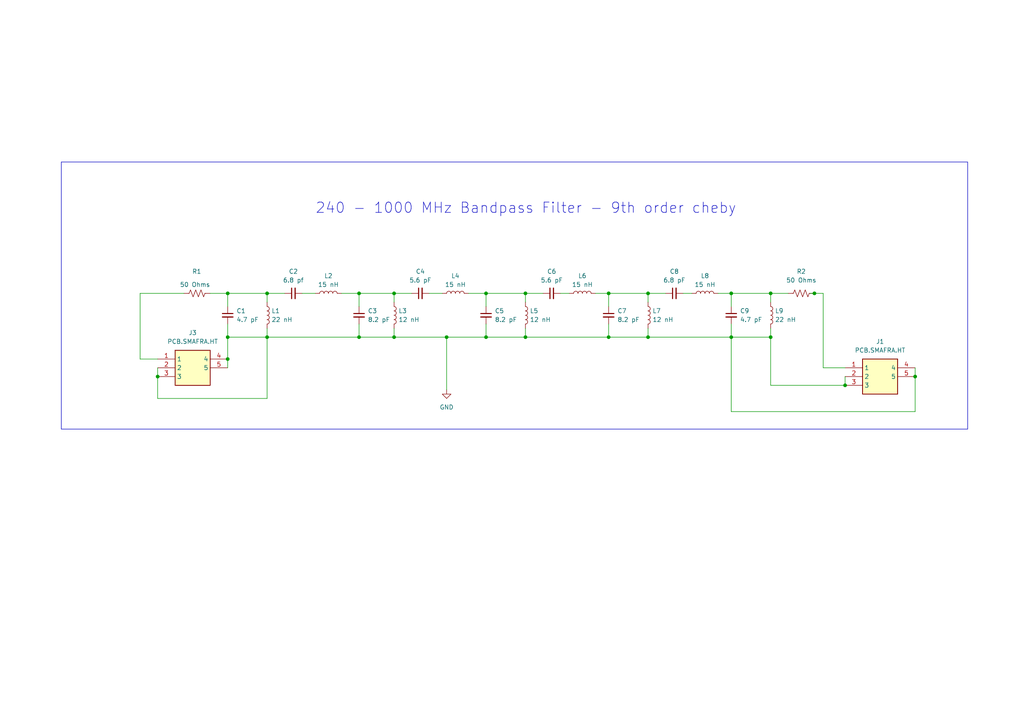
<source format=kicad_sch>
(kicad_sch (version 20230121) (generator eeschema)
  (paper "A4")
  (lib_symbols
    (symbol "Device:C_Small" (pin_numbers hide) (pin_names (offset 0.254) hide)
      (property "Reference" "C" (at 0.254 1.778 0))
      (property "Value" "C_Small" (at 0.254 -2.032 0))
      (symbol "C_Small_0_1"
        (polyline (pts (xy -1.524 -0.508) (xy 1.524 -0.508)) (stroke (width 0.3302)))
        (polyline (pts (xy -1.524 0.508) (xy 1.524 0.508)) (stroke (width 0.3048)))
      )
      (symbol "C_Small_1_1"
        (pin passive line (at 0 2.54 270) (length 2.032) (name "~") (number "1"))
        (pin passive line (at 0 -2.54 90) (length 2.032) (name "~") (number "2"))
      )
    )
    (symbol "Device:L" (pin_numbers hide) (pin_names (offset 1.016) hide)
      (property "Reference" "L" (at -1.27 0 90))
      (property "Value" "L" (at 1.905 0 90))
      (symbol "L_0_1"
        (arc (start 0 -2.54) (mid 0.6323 -1.905) (end 0 -1.27))
        (arc (start 0 -1.27) (mid 0.6323 -0.635) (end 0 0))
        (arc (start 0 0) (mid 0.6323 0.635) (end 0 1.27))
        (arc (start 0 1.27) (mid 0.6323 1.905) (end 0 2.54))
      )
      (symbol "L_1_1"
        (pin passive line (at 0 3.81 270) (length 1.27) (name "1") (number "1"))
        (pin passive line (at 0 -3.81 90) (length 1.27) (name "2") (number "2"))
      )
    )
    (symbol "Device:R_US" (pin_numbers hide) (pin_names (offset 0))
      (property "Reference" "R" (at 2.54 0 90))
      (property "Value" "R_US" (at -2.54 0 90))
      (symbol "R_US_0_1"
        (polyline (pts (xy 0 -2.286) (xy 0 -2.54)))
        (polyline (pts (xy 0 2.286) (xy 0 2.54)))
        (polyline (pts (xy 0 -0.762) (xy 1.016 -1.143) (xy 0 -1.524) (xy -1.016 -1.905) (xy 0 -2.286)))
        (polyline (pts (xy 0 0.762) (xy 1.016 0.381) (xy 0 0) (xy -1.016 -0.381) (xy 0 -0.762)))
        (polyline (pts (xy 0 2.286) (xy 1.016 1.905) (xy 0 1.524) (xy -1.016 1.143) (xy 0 0.762)))
      )
      (symbol "R_US_1_1"
        (pin passive line (at 0 3.81 270) (length 1.27) (name "~") (number "1"))
        (pin passive line (at 0 -3.81 90) (length 1.27) (name "~") (number "2"))
      )
    )
    (symbol "Mouser:PCB.SMAFRA.HT"
      (property "Reference" "J" (at 16.51 7.62 0))
      (property "Value" "PCB.SMAFRA.HT" (at 16.51 5.08 0))
      (symbol "PCB.SMAFRA.HT_1_1"
        (rectangle (start 5.08 2.54) (end 15.24 -7.62) (stroke (width 0.254)) (fill (type background)))
        (pin passive line (at 0 0 0) (length 5.08) (name "1") (number "1"))
        (pin passive line (at 0 -2.54 0) (length 5.08) (name "2") (number "2"))
        (pin passive line (at 0 -5.08 0) (length 5.08) (name "3") (number "3"))
        (pin passive line (at 20.32 0 180) (length 5.08) (name "4") (number "4"))
        (pin passive line (at 20.32 -2.54 180) (length 5.08) (name "5") (number "5"))
      )
    )
    (symbol "power:GND" (power) (pin_names (offset 0))
      (property "Value" "GND" (at 0 -3.81 0))
      (symbol "GND_0_1"
        (polyline (pts (xy 0 0) (xy 0 -1.27) (xy 1.27 -1.27) (xy 0 -2.54) (xy -1.27 -1.27) (xy 0 -1.27)))
      )
      (symbol "GND_1_1"
        (pin power_in line (at 0 0 270) (length 0) hide (name "GND") (number "1"))
      )
    )
  )
  (junction (at 212.09 97.79))
  (junction (at 66.04 97.79))
  (junction (at 187.96 97.79))
  (junction (at 77.47 85.09))
  (junction (at 114.3 97.79))
  (junction (at 140.97 85.09))
  (junction (at 212.09 85.09))
  (junction (at 104.14 85.09))
  (junction (at 129.54 97.79))
  (junction (at 245.11 111.76))
  (junction (at 140.97 97.79))
  (junction (at 66.04 104.14))
  (junction (at 223.52 97.79))
  (junction (at 265.43 109.22))
  (junction (at 104.14 97.79))
  (junction (at 187.96 85.09))
  (junction (at 66.04 85.09))
  (junction (at 223.52 85.09))
  (junction (at 77.47 97.79))
  (junction (at 152.4 85.09))
  (junction (at 45.72 109.22))
  (junction (at 176.53 85.09))
  (junction (at 152.4 97.79))
  (junction (at 114.3 85.09))
  (junction (at 236.22 85.09))
  (junction (at 176.53 97.79))
  (wire (pts (xy 187.96 87.63) (xy 187.96 85.09)))
  (wire (pts (xy 236.22 85.09) (xy 238.76 85.09)))
  (wire (pts (xy 223.52 85.09) (xy 223.52 87.63)))
  (wire (pts (xy 129.54 97.79) (xy 129.54 113.03)))
  (wire (pts (xy 187.96 95.25) (xy 187.96 97.79)))
  (wire (pts (xy 45.72 106.68) (xy 45.72 109.22)))
  (wire (pts (xy 40.64 85.09) (xy 53.34 85.09)))
  (wire (pts (xy 114.3 85.09) (xy 119.38 85.09)))
  (wire (pts (xy 77.47 85.09) (xy 77.47 87.63)))
  (wire (pts (xy 66.04 97.79) (xy 77.47 97.79)))
  (wire (pts (xy 228.6 85.09) (xy 223.52 85.09)))
  (wire (pts (xy 66.04 93.98) (xy 66.04 97.79)))
  (wire (pts (xy 60.96 85.09) (xy 66.04 85.09)))
  (wire (pts (xy 104.14 85.09) (xy 104.14 88.9)))
  (wire (pts (xy 66.04 85.09) (xy 77.47 85.09)))
  (wire (pts (xy 91.44 85.09) (xy 87.63 85.09)))
  (wire (pts (xy 152.4 95.25) (xy 152.4 97.79)))
  (wire (pts (xy 77.47 97.79) (xy 77.47 95.25)))
  (wire (pts (xy 152.4 97.79) (xy 140.97 97.79)))
  (wire (pts (xy 77.47 97.79) (xy 77.47 115.57)))
  (wire (pts (xy 200.66 85.09) (xy 198.12 85.09)))
  (wire (pts (xy 176.53 93.98) (xy 176.53 97.79)))
  (wire (pts (xy 135.89 85.09) (xy 140.97 85.09)))
  (wire (pts (xy 245.11 109.22) (xy 245.11 111.76)))
  (wire (pts (xy 66.04 104.14) (xy 66.04 106.68)))
  (wire (pts (xy 82.55 85.09) (xy 77.47 85.09)))
  (wire (pts (xy 104.14 97.79) (xy 114.3 97.79)))
  (wire (pts (xy 245.11 106.68) (xy 238.76 106.68)))
  (wire (pts (xy 140.97 85.09) (xy 140.97 88.9)))
  (wire (pts (xy 238.76 106.68) (xy 238.76 85.09)))
  (wire (pts (xy 40.64 104.14) (xy 40.64 85.09)))
  (wire (pts (xy 45.72 104.14) (xy 40.64 104.14)))
  (wire (pts (xy 114.3 95.25) (xy 114.3 97.79)))
  (wire (pts (xy 114.3 97.79) (xy 129.54 97.79)))
  (wire (pts (xy 234.95 85.09) (xy 236.22 85.09)))
  (wire (pts (xy 128.27 85.09) (xy 124.46 85.09)))
  (wire (pts (xy 212.09 97.79) (xy 212.09 119.38)))
  (wire (pts (xy 212.09 97.79) (xy 187.96 97.79)))
  (wire (pts (xy 223.52 111.76) (xy 245.11 111.76)))
  (wire (pts (xy 223.52 97.79) (xy 223.52 95.25)))
  (wire (pts (xy 99.06 85.09) (xy 104.14 85.09)))
  (wire (pts (xy 104.14 85.09) (xy 114.3 85.09)))
  (wire (pts (xy 176.53 85.09) (xy 187.96 85.09)))
  (wire (pts (xy 212.09 97.79) (xy 223.52 97.79)))
  (wire (pts (xy 66.04 97.79) (xy 66.04 104.14)))
  (wire (pts (xy 212.09 85.09) (xy 223.52 85.09)))
  (wire (pts (xy 265.43 109.22) (xy 265.43 119.38)))
  (wire (pts (xy 223.52 111.76) (xy 223.52 97.79)))
  (wire (pts (xy 176.53 85.09) (xy 176.53 88.9)))
  (wire (pts (xy 157.48 85.09) (xy 152.4 85.09)))
  (wire (pts (xy 208.28 85.09) (xy 212.09 85.09)))
  (wire (pts (xy 104.14 93.98) (xy 104.14 97.79)))
  (wire (pts (xy 114.3 87.63) (xy 114.3 85.09)))
  (wire (pts (xy 152.4 85.09) (xy 140.97 85.09)))
  (wire (pts (xy 265.43 109.22) (xy 265.43 106.68)))
  (wire (pts (xy 152.4 87.63) (xy 152.4 85.09)))
  (wire (pts (xy 212.09 93.98) (xy 212.09 97.79)))
  (wire (pts (xy 212.09 88.9) (xy 212.09 85.09)))
  (wire (pts (xy 172.72 85.09) (xy 176.53 85.09)))
  (wire (pts (xy 45.72 115.57) (xy 45.72 109.22)))
  (wire (pts (xy 212.09 119.38) (xy 265.43 119.38)))
  (wire (pts (xy 129.54 97.79) (xy 140.97 97.79)))
  (wire (pts (xy 140.97 93.98) (xy 140.97 97.79)))
  (wire (pts (xy 77.47 97.79) (xy 104.14 97.79)))
  (wire (pts (xy 152.4 97.79) (xy 176.53 97.79)))
  (wire (pts (xy 176.53 97.79) (xy 187.96 97.79)))
  (wire (pts (xy 45.72 115.57) (xy 77.47 115.57)))
  (wire (pts (xy 66.04 88.9) (xy 66.04 85.09)))
  (wire (pts (xy 193.04 85.09) (xy 187.96 85.09)))
  (wire (pts (xy 165.1 85.09) (xy 162.56 85.09)))
  (rectangle (start 17.78 46.99) (end 280.67 124.46))
  (text "240 - 1000 MHz Bandpass Filter - 9th order cheby" (at 91.44 62.23 0) (effects (font (size 3 3)) (justify left bottom)))
  (symbol (lib_id "Device:C_Small") (at 121.92 85.09 90) (unit 1)
    (property "Reference" "C4" (at 121.9263 78.74 90))
    (property "Value" "5.6 pF" (at 121.9263 81.28 90))
    (property "Footprint" "Capacitor_SMD:C_1206_3216Metric" (effects hide))
  )
  (symbol (lib_id "Device:C_Small") (at 212.09 91.44 0) (unit 1)
    (property "Reference" "C9" (at 214.63 90.17 0) (effects (justify left)))
    (property "Value" "4.7 pF" (at 214.63 92.71 0) (effects (justify left)))
    (property "Footprint" "Capacitor_SMD:C_1206_3216Metric" (effects hide))
  )
  (symbol (lib_id "Device:L") (at 114.3 91.44 0) (unit 1)
    (property "Reference" "L3" (at 115.57 90.17 0) (effects (justify left)))
    (property "Value" "12 nH" (at 115.57 92.71 0) (effects (justify left)))
    (property "Footprint" "Inductor_SMD:L_1206_3216Metric" (effects hide))
  )
  (symbol (lib_id "Device:C_Small") (at 104.14 91.44 0) (unit 1)
    (property "Reference" "C3" (at 106.68 90.1763 0) (effects (justify left)))
    (property "Value" "8.2 pF" (at 106.68 92.7163 0) (effects (justify left)))
    (property "Footprint" "Capacitor_SMD:C_1206_3216Metric" (effects hide))
  )
  (symbol (lib_id "Device:L") (at 95.25 85.09 90) (unit 1)
    (property "Reference" "L2" (at 95.25 80.01 90))
    (property "Value" "15 nH" (at 95.25 82.55 90))
    (property "Footprint" "Inductor_SMD:L_1206_3216Metric" (effects hide))
  )
  (symbol (lib_id "Device:C_Small") (at 160.02 85.09 90) (unit 1)
    (property "Reference" "C6" (at 160.0263 78.74 90))
    (property "Value" "5.6 pF" (at 160.0263 81.28 90))
    (property "Footprint" "Capacitor_SMD:C_1206_3216Metric" (effects hide))
  )
  (symbol (lib_id "Device:L") (at 77.47 91.44 0) (unit 1)
    (property "Reference" "L1" (at 78.74 90.17 0) (effects (justify left)))
    (property "Value" "22 nH" (at 78.74 92.71 0) (effects (justify left)))
    (property "Footprint" "Inductor_SMD:L_1206_3216Metric" (effects hide))
  )
  (symbol (lib_id "Device:L") (at 132.08 85.09 90) (unit 1)
    (property "Reference" "L4" (at 132.08 80.01 90))
    (property "Value" "15 nH" (at 132.08 82.55 90))
    (property "Footprint" "Inductor_SMD:L_1206_3216Metric" (effects hide))
  )
  (symbol (lib_id "Device:C_Small") (at 85.09 85.09 90) (unit 1)
    (property "Reference" "C2" (at 85.0963 78.74 90))
    (property "Value" "6.8 pf" (at 85.0963 81.28 90))
    (property "Footprint" "Capacitor_SMD:C_1206_3216Metric" (effects hide))
  )
  (symbol (lib_id "Mouser:PCB.SMAFRA.HT") (at 245.11 106.68 0) (unit 1)
    (property "Reference" "J1" (at 255.27 99.06 0))
    (property "Value" "PCB.SMAFRA.HT" (at 255.27 101.6 0))
    (property "Footprint" "Mouser:PCBSMAFRAHT" (effects hide))
    (property "Height" "9" (effects hide))
    (property "Mouser Part Number" "960-PCB.SMAFRA.HT" (effects hide))
    (property "Mouser Price/Stock" "https://www.mouser.co.uk/ProductDetail/Taoglas/PCB.SMAFRA.HT?qs=RuW%2Fu%252BNMQmubIFYcN8w5Dw%3D%3D" (effects hide))
    (property "Manufacturer_Name" "Taoglas" (effects hide))
    (property "Manufacturer_Part_Number" "PCB.SMAFRA.HT" (effects hide))
  )
  (symbol (lib_id "power:GND") (at 129.54 113.03 0) (unit 1)
    (property "Reference" "#PWR01" (effects hide))
    (property "Value" "GND" (at 129.54 118.11 0))
  )
  (symbol (lib_id "Device:L") (at 187.96 91.44 0) (unit 1)
    (property "Reference" "L7" (at 189.23 90.17 0) (effects (justify left)))
    (property "Value" "12 nH" (at 189.23 92.71 0) (effects (justify left)))
    (property "Footprint" "Inductor_SMD:L_1206_3216Metric" (effects hide))
  )
  (symbol (lib_id "Device:C_Small") (at 195.58 85.09 90) (unit 1)
    (property "Reference" "C8" (at 195.5863 78.74 90))
    (property "Value" "6.8 pF" (at 195.5863 81.28 90))
    (property "Footprint" "Capacitor_SMD:C_1206_3216Metric" (effects hide))
  )
  (symbol (lib_id "Mouser:PCB.SMAFRA.HT") (at 45.72 104.14 0) (unit 1)
    (property "Reference" "J3" (at 55.88 96.52 0))
    (property "Value" "PCB.SMAFRA.HT" (at 55.88 99.06 0))
    (property "Footprint" "Mouser:PCBSMAFRAHT" (effects hide))
    (property "Height" "9" (effects hide))
    (property "Mouser Part Number" "960-PCB.SMAFRA.HT" (effects hide))
    (property "Mouser Price/Stock" "https://www.mouser.co.uk/ProductDetail/Taoglas/PCB.SMAFRA.HT?qs=RuW%2Fu%252BNMQmubIFYcN8w5Dw%3D%3D" (effects hide))
    (property "Manufacturer_Name" "Taoglas" (effects hide))
    (property "Manufacturer_Part_Number" "PCB.SMAFRA.HT" (effects hide))
  )
  (symbol (lib_id "Device:C_Small") (at 140.97 91.44 0) (unit 1)
    (property "Reference" "C5" (at 143.51 90.1763 0) (effects (justify left)))
    (property "Value" "8.2 pF" (at 143.51 92.7163 0) (effects (justify left)))
    (property "Footprint" "Capacitor_SMD:C_1206_3216Metric" (effects hide))
  )
  (symbol (lib_id "Device:C_Small") (at 176.53 91.44 0) (unit 1)
    (property "Reference" "C7" (at 179.07 90.1763 0) (effects (justify left)))
    (property "Value" "8.2 pF" (at 179.07 92.7163 0) (effects (justify left)))
    (property "Footprint" "Capacitor_SMD:C_1206_3216Metric" (effects hide))
  )
  (symbol (lib_id "Device:L") (at 204.47 85.09 90) (unit 1)
    (property "Reference" "L8" (at 204.47 80.01 90))
    (property "Value" "15 nH" (at 204.47 82.55 90))
    (property "Footprint" "Inductor_SMD:L_1206_3216Metric" (effects hide))
  )
  (symbol (lib_id "Device:L") (at 168.91 85.09 90) (unit 1)
    (property "Reference" "L6" (at 168.91 80.01 90))
    (property "Value" "15 nH" (at 168.91 82.55 90))
    (property "Footprint" "Inductor_SMD:L_1206_3216Metric" (effects hide))
  )
  (symbol (lib_id "Device:C_Small") (at 66.04 91.44 0) (unit 1)
    (property "Reference" "C1" (at 68.58 90.1763 0) (effects (justify left)))
    (property "Value" "4.7 pF" (at 68.58 92.7163 0) (effects (justify left)))
    (property "Footprint" "Capacitor_SMD:C_1206_3216Metric" (effects hide))
  )
  (symbol (lib_id "Device:R_US") (at 232.41 85.09 90) (unit 1)
    (property "Reference" "R2" (at 232.41 78.74 90))
    (property "Value" "50 Ohms" (at 232.41 81.28 90))
    (property "Footprint" "Resistor_SMD:R_1206_3216Metric" (effects hide))
  )
  (symbol (lib_id "Device:L") (at 223.52 91.44 0) (unit 1)
    (property "Reference" "L9" (at 224.79 90.17 0) (effects (justify left)))
    (property "Value" "22 nH" (at 224.79 92.71 0) (effects (justify left)))
    (property "Footprint" "Inductor_SMD:L_1206_3216Metric" (effects hide))
  )
  (symbol (lib_id "Device:L") (at 152.4 91.44 0) (unit 1)
    (property "Reference" "L5" (at 153.67 90.17 0) (effects (justify left)))
    (property "Value" "12 nH" (at 153.67 92.71 0) (effects (justify left)))
    (property "Footprint" "Inductor_SMD:L_1206_3216Metric" (effects hide))
  )
  (symbol (lib_id "Device:R_US") (at 57.15 85.09 90) (unit 1)
    (property "Reference" "R1" (at 58.42 78.74 90) (effects (justify left)))
    (property "Value" "50 Ohms" (at 60.96 82.55 90) (effects (justify left)))
    (property "Footprint" "Resistor_SMD:R_1206_3216Metric" (effects hide))
  )
)
</source>
